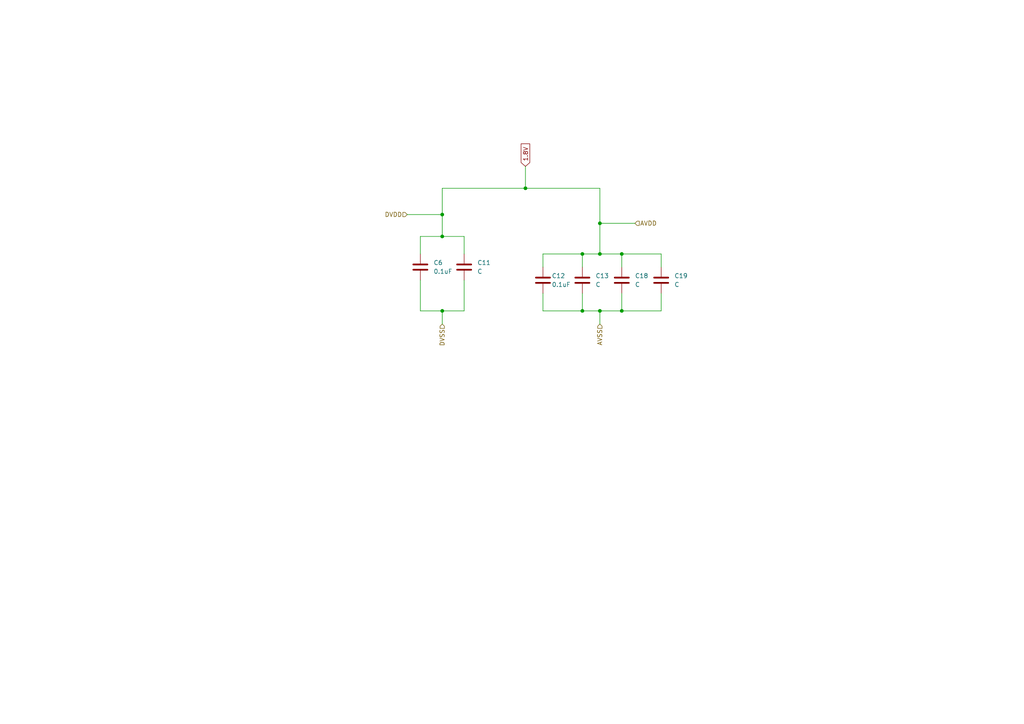
<source format=kicad_sch>
(kicad_sch (version 20231120) (generator "eeschema") (generator_version "8.0")
  (paper "A4")
  (lib_symbols
    (symbol "Device:C" (pin_numbers hide) (pin_names (offset 0.254))
      (property "Reference" "C" (at 0.635 2.54 0))
      (property "Value" "C" (at 0.635 -2.54 0))
      (symbol "C_0_1"
        (polyline (pts (xy -2.032 -0.762) (xy 2.032 -0.762)) (stroke (width 0.508)))
        (polyline (pts (xy -2.032 0.762) (xy 2.032 0.762)) (stroke (width 0.508)))
      )
      (symbol "C_1_1"
        (pin passive line (at 0 3.81 270) (length 2.794) (name "~") (number "1"))
        (pin passive line (at 0 -3.81 90) (length 2.794) (name "~") (number "2"))
      )
    )
  )
  (junction (at 128.27 68.58))
  (junction (at 173.99 73.66))
  (junction (at 173.99 90.17))
  (junction (at 173.99 64.77))
  (junction (at 168.91 90.17))
  (junction (at 180.34 90.17))
  (junction (at 152.4 54.61))
  (junction (at 128.27 62.23))
  (junction (at 128.27 90.17))
  (junction (at 180.34 73.66))
  (junction (at 168.91 73.66))
  (wire (pts (xy 128.27 90.17) (xy 134.62 90.17)))
  (wire (pts (xy 134.62 73.66) (xy 134.62 68.58)))
  (wire (pts (xy 173.99 64.77) (xy 184.15 64.77)))
  (wire (pts (xy 157.48 90.17) (xy 168.91 90.17)))
  (wire (pts (xy 173.99 73.66) (xy 180.34 73.66)))
  (wire (pts (xy 121.92 90.17) (xy 128.27 90.17)))
  (wire (pts (xy 173.99 54.61) (xy 173.99 64.77)))
  (wire (pts (xy 173.99 90.17) (xy 180.34 90.17)))
  (wire (pts (xy 134.62 81.28) (xy 134.62 90.17)))
  (wire (pts (xy 157.48 73.66) (xy 168.91 73.66)))
  (wire (pts (xy 157.48 90.17) (xy 157.48 85.09)))
  (wire (pts (xy 121.92 73.66) (xy 121.92 68.58)))
  (wire (pts (xy 128.27 54.61) (xy 152.4 54.61)))
  (wire (pts (xy 180.34 90.17) (xy 191.77 90.17)))
  (wire (pts (xy 128.27 62.23) (xy 128.27 68.58)))
  (wire (pts (xy 180.34 73.66) (xy 191.77 73.66)))
  (wire (pts (xy 168.91 73.66) (xy 173.99 73.66)))
  (wire (pts (xy 191.77 77.47) (xy 191.77 73.66)))
  (wire (pts (xy 168.91 90.17) (xy 173.99 90.17)))
  (wire (pts (xy 191.77 85.09) (xy 191.77 90.17)))
  (wire (pts (xy 180.34 77.47) (xy 180.34 73.66)))
  (wire (pts (xy 121.92 81.28) (xy 121.92 90.17)))
  (wire (pts (xy 168.91 85.09) (xy 168.91 90.17)))
  (wire (pts (xy 121.92 68.58) (xy 128.27 68.58)))
  (wire (pts (xy 173.99 64.77) (xy 173.99 73.66)))
  (wire (pts (xy 168.91 73.66) (xy 168.91 77.47)))
  (wire (pts (xy 118.11 62.23) (xy 128.27 62.23)))
  (wire (pts (xy 157.48 77.47) (xy 157.48 73.66)))
  (wire (pts (xy 128.27 54.61) (xy 128.27 62.23)))
  (wire (pts (xy 128.27 68.58) (xy 134.62 68.58)))
  (wire (pts (xy 152.4 54.61) (xy 173.99 54.61)))
  (wire (pts (xy 173.99 90.17) (xy 173.99 93.98)))
  (wire (pts (xy 128.27 90.17) (xy 128.27 93.98)))
  (wire (pts (xy 180.34 85.09) (xy 180.34 90.17)))
  (wire (pts (xy 152.4 48.26) (xy 152.4 54.61)))
  (global_label "1.8V" (shape input) (at 152.4 48.26 90) (property "Intersheetrefs" "${INTERSHEET_REFS}" (effects (hide yes))))
  (hierarchical_label "DVSS" (shape input) (at 128.27 93.98 270))
  (hierarchical_label "AVDD" (shape input) (at 184.15 64.77 0))
  (hierarchical_label "DVDD" (shape input) (at 118.11 62.23 180))
  (hierarchical_label "AVSS" (shape input) (at 173.99 93.98 270))
  (symbol (lib_id "Device:C") (at 191.77 81.28 0) (unit 1)
    (property "Reference" "C19" (at 195.58 80.0099 0) (effects (justify left)))
    (property "Value" "C" (at 195.58 82.5499 0) (effects (justify left)))
    (property "Description" "Unpolarized capacitor" (effects (hide yes)))
  )
  (symbol (lib_id "Device:C") (at 134.62 77.47 0) (unit 1)
    (property "Reference" "C11" (at 138.43 76.1999 0) (effects (justify left)))
    (property "Value" "C" (at 138.43 78.7399 0) (effects (justify left)))
    (property "Description" "Unpolarized capacitor" (effects (hide yes)))
  )
  (symbol (lib_id "Device:C") (at 121.92 77.47 0) (unit 1)
    (property "Reference" "C6" (at 125.73 76.1999 0) (effects (justify left)))
    (property "Value" "0.1uF" (at 125.73 78.7399 0) (effects (justify left)))
    (property "Description" "Unpolarized capacitor" (effects (hide yes)))
  )
  (symbol (lib_id "Device:C") (at 168.91 81.28 0) (unit 1)
    (property "Reference" "C13" (at 172.72 80.0099 0) (effects (justify left)))
    (property "Value" "C" (at 172.72 82.5499 0) (effects (justify left)))
    (property "Description" "Unpolarized capacitor" (effects (hide yes)))
  )
  (symbol (lib_id "Device:C") (at 157.48 81.28 0) (unit 1)
    (property "Reference" "C12" (at 160.02 80.0099 0) (effects (justify left)))
    (property "Value" "0.1uF" (at 160.02 82.5499 0) (effects (justify left)))
    (property "Description" "Unpolarized capacitor" (effects (hide yes)))
  )
  (symbol (lib_id "Device:C") (at 180.34 81.28 0) (unit 1)
    (property "Reference" "C18" (at 184.15 80.0099 0) (effects (justify left)))
    (property "Value" "C" (at 184.15 82.5499 0) (effects (justify left)))
    (property "Description" "Unpolarized capacitor" (effects (hide yes)))
  )
)
</source>
